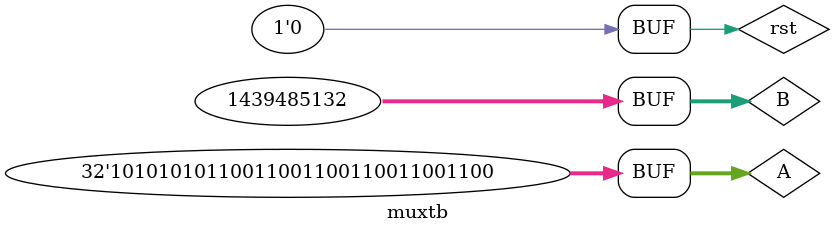
<source format=v>
`timescale 1ns / 1ps
module muxtb;
reg [31:0]A;
reg [31:0]B;
reg rst;
wire [63:0]Z;
mux uut(.A(A), .B(B), .Z(Z), .rst(rst));
initial begin
rst=1;
#5 rst=0;
A=32'b11001100110011001100110011001100;
B=32'b11100010110011001100110011001100;
#10 rst=1;
#5 rst=0;
A=32'b11110000110011001100110011001100;
B=32'b00001111110011001100110011001100;
#10 rst=1;
#5 rst=0;
A=32'b10101010110011001100110011001100;
B=32'b01010101110011001100110011001100;
end
endmodule

</source>
